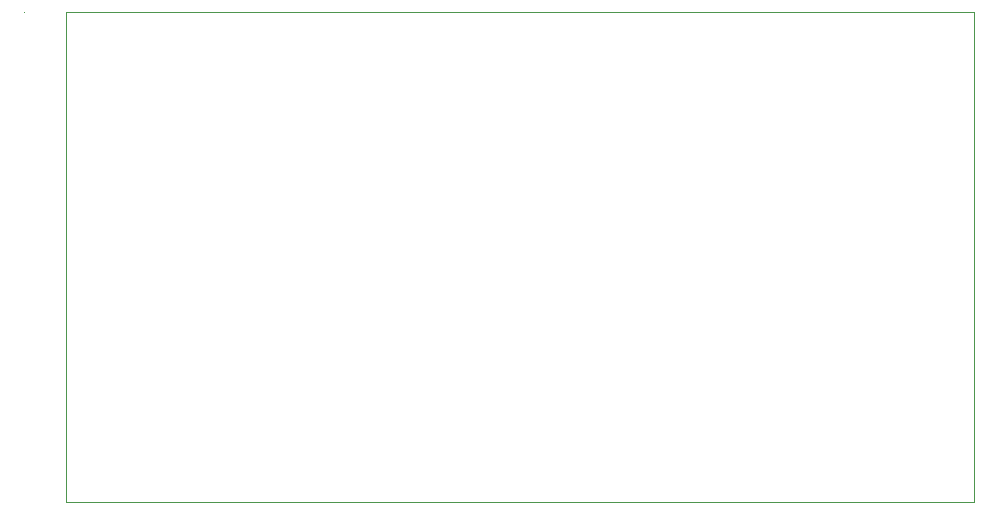
<source format=gbr>
G04 #@! TF.GenerationSoftware,KiCad,Pcbnew,(5.1.2)-2*
G04 #@! TF.CreationDate,2019-07-11T16:04:03+08:00*
G04 #@! TF.ProjectId,General Purpose Op Amp Eval-Board,47656e65-7261-46c2-9050-7572706f7365,rev?*
G04 #@! TF.SameCoordinates,Original*
G04 #@! TF.FileFunction,Profile,NP*
%FSLAX46Y46*%
G04 Gerber Fmt 4.6, Leading zero omitted, Abs format (unit mm)*
G04 Created by KiCad (PCBNEW (5.1.2)-2) date 2019-07-11 16:04:03*
%MOMM*%
%LPD*%
G04 APERTURE LIST*
%ADD10C,0.050000*%
G04 APERTURE END LIST*
D10*
X171831000Y-86741000D02*
X171831000Y-128270000D01*
X91440000Y-86741000D02*
X91440000Y-86741000D01*
X171831000Y-86741000D02*
X94996000Y-86741000D01*
X94996000Y-86741000D02*
X94996000Y-128270000D01*
X171831000Y-128270000D02*
X94996000Y-128270000D01*
M02*

</source>
